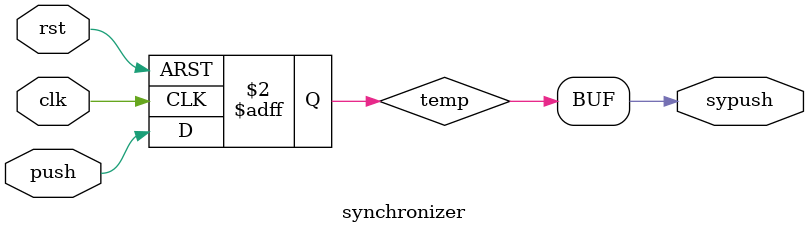
<source format=v>
/*This module controls the synchronization of
*the button presses
*The output sypush is the stablized button press
*/
module synchronizer(push, clk, rst, sypush);

	input push, clk, rst;
	output sypush;
	reg temp;

	always @ (posedge clk or posedge rst)
	begin
		if(rst) temp <=0;
		else temp <= push;
	end

	assign sypush = temp;

endmodule

</source>
